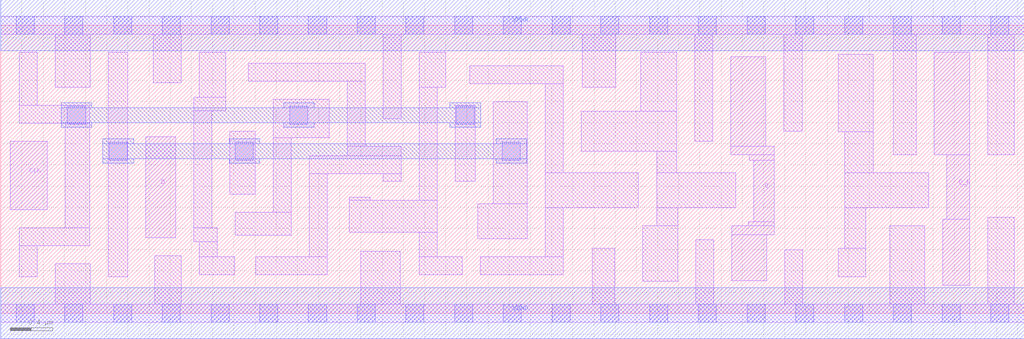
<source format=lef>
# Copyright 2020 The SkyWater PDK Authors
#
# Licensed under the Apache License, Version 2.0 (the "License");
# you may not use this file except in compliance with the License.
# You may obtain a copy of the License at
#
#     https://www.apache.org/licenses/LICENSE-2.0
#
# Unless required by applicable law or agreed to in writing, software
# distributed under the License is distributed on an "AS IS" BASIS,
# WITHOUT WARRANTIES OR CONDITIONS OF ANY KIND, either express or implied.
# See the License for the specific language governing permissions and
# limitations under the License.
#
# SPDX-License-Identifier: Apache-2.0

VERSION 5.7 ;
  NAMESCASESENSITIVE ON ;
  NOWIREEXTENSIONATPIN ON ;
  DIVIDERCHAR "/" ;
  BUSBITCHARS "[]" ;
UNITS
  DATABASE MICRONS 200 ;
END UNITS
MACRO sky130_fd_sc_hd__dfxbp_2
  CLASS CORE ;
  FOREIGN sky130_fd_sc_hd__dfxbp_2 ;
  ORIGIN  0.000000  0.000000 ;
  SIZE  9.660000 BY  2.720000 ;
  SYMMETRY X Y R90 ;
  SITE unithd ;
  PIN D
    ANTENNAGATEAREA  0.126000 ;
    DIRECTION INPUT ;
    USE SIGNAL ;
    PORT
      LAYER li1 ;
        RECT 1.370000 0.715000 1.650000 1.665000 ;
    END
  END D
  PIN Q
    ANTENNADIFFAREA  0.445500 ;
    DIRECTION OUTPUT ;
    USE SIGNAL ;
    PORT
      LAYER li1 ;
        RECT 6.890000 1.495000 7.300000 1.575000 ;
        RECT 6.890000 1.575000 7.220000 2.420000 ;
        RECT 6.900000 0.305000 7.230000 0.740000 ;
        RECT 6.900000 0.740000 7.300000 0.825000 ;
        RECT 7.055000 0.825000 7.300000 0.865000 ;
        RECT 7.065000 1.445000 7.300000 1.495000 ;
        RECT 7.110000 0.865000 7.300000 1.445000 ;
    END
  END Q
  PIN Q_N
    ANTENNADIFFAREA  0.445500 ;
    DIRECTION OUTPUT ;
    USE SIGNAL ;
    PORT
      LAYER li1 ;
        RECT 8.810000 1.495000 9.145000 2.465000 ;
        RECT 8.890000 0.265000 9.145000 0.885000 ;
        RECT 8.930000 0.885000 9.145000 1.495000 ;
    END
  END Q_N
  PIN CLK
    ANTENNAGATEAREA  0.159000 ;
    DIRECTION INPUT ;
    USE CLOCK ;
    PORT
      LAYER li1 ;
        RECT 0.090000 0.975000 0.440000 1.625000 ;
    END
  END CLK
  PIN VGND
    DIRECTION INOUT ;
    SHAPE ABUTMENT ;
    USE GROUND ;
    PORT
      LAYER met1 ;
        RECT 0.000000 -0.240000 9.660000 0.240000 ;
    END
  END VGND
  PIN VPWR
    DIRECTION INOUT ;
    SHAPE ABUTMENT ;
    USE POWER ;
    PORT
      LAYER met1 ;
        RECT 0.000000 2.480000 9.660000 2.960000 ;
    END
  END VPWR
  OBS
    LAYER li1 ;
      RECT 0.000000 -0.085000 9.660000 0.085000 ;
      RECT 0.000000  2.635000 9.660000 2.805000 ;
      RECT 0.175000  0.345000 0.345000 0.635000 ;
      RECT 0.175000  0.635000 0.840000 0.805000 ;
      RECT 0.175000  1.795000 0.840000 1.965000 ;
      RECT 0.175000  1.965000 0.345000 2.465000 ;
      RECT 0.515000  0.085000 0.845000 0.465000 ;
      RECT 0.515000  2.135000 0.845000 2.635000 ;
      RECT 0.610000  0.805000 0.840000 1.795000 ;
      RECT 1.015000  0.345000 1.200000 2.465000 ;
      RECT 1.440000  2.175000 1.705000 2.635000 ;
      RECT 1.455000  0.085000 1.705000 0.545000 ;
      RECT 1.820000  0.675000 2.045000 0.805000 ;
      RECT 1.820000  0.805000 1.990000 1.910000 ;
      RECT 1.820000  1.910000 2.125000 2.040000 ;
      RECT 1.875000  0.365000 2.210000 0.535000 ;
      RECT 1.875000  0.535000 2.045000 0.675000 ;
      RECT 1.875000  2.040000 2.125000 2.465000 ;
      RECT 2.160000  1.125000 2.400000 1.720000 ;
      RECT 2.215000  0.735000 2.740000 0.955000 ;
      RECT 2.335000  2.190000 3.440000 2.360000 ;
      RECT 2.405000  0.365000 3.080000 0.535000 ;
      RECT 2.570000  0.955000 2.740000 1.655000 ;
      RECT 2.570000  1.655000 3.100000 2.020000 ;
      RECT 2.910000  0.535000 3.080000 1.315000 ;
      RECT 2.910000  1.315000 3.780000 1.485000 ;
      RECT 3.270000  1.485000 3.780000 1.575000 ;
      RECT 3.270000  1.575000 3.440000 2.190000 ;
      RECT 3.290000  0.765000 4.120000 1.065000 ;
      RECT 3.290000  1.065000 3.490000 1.095000 ;
      RECT 3.400000  0.085000 3.770000 0.585000 ;
      RECT 3.610000  1.245000 3.780000 1.315000 ;
      RECT 3.610000  1.835000 3.780000 2.635000 ;
      RECT 3.950000  0.365000 4.355000 0.535000 ;
      RECT 3.950000  0.535000 4.120000 0.765000 ;
      RECT 3.950000  1.065000 4.120000 2.135000 ;
      RECT 3.950000  2.135000 4.200000 2.465000 ;
      RECT 4.290000  1.245000 4.480000 1.965000 ;
      RECT 4.425000  2.165000 5.310000 2.335000 ;
      RECT 4.505000  0.705000 4.970000 1.035000 ;
      RECT 4.525000  0.365000 5.310000 0.535000 ;
      RECT 4.650000  1.035000 4.970000 1.995000 ;
      RECT 5.140000  0.535000 5.310000 0.995000 ;
      RECT 5.140000  0.995000 6.020000 1.325000 ;
      RECT 5.140000  1.325000 5.310000 2.165000 ;
      RECT 5.480000  1.530000 6.380000 1.905000 ;
      RECT 5.490000  2.135000 5.805000 2.635000 ;
      RECT 5.585000  0.085000 5.795000 0.615000 ;
      RECT 6.040000  1.905000 6.380000 2.465000 ;
      RECT 6.060000  0.300000 6.390000 0.825000 ;
      RECT 6.190000  0.825000 6.390000 0.995000 ;
      RECT 6.190000  0.995000 6.940000 1.325000 ;
      RECT 6.190000  1.325000 6.380000 1.530000 ;
      RECT 6.550000  1.625000 6.720000 2.635000 ;
      RECT 6.560000  0.085000 6.730000 0.695000 ;
      RECT 7.390000  1.720000 7.565000 2.635000 ;
      RECT 7.400000  0.085000 7.570000 0.600000 ;
      RECT 7.905000  0.345000 8.165000 0.615000 ;
      RECT 7.905000  1.715000 8.235000 2.445000 ;
      RECT 7.965000  0.615000 8.165000 0.995000 ;
      RECT 7.965000  0.995000 8.760000 1.325000 ;
      RECT 7.965000  1.325000 8.235000 1.715000 ;
      RECT 8.390000  0.085000 8.720000 0.825000 ;
      RECT 8.425000  1.495000 8.640000 2.635000 ;
      RECT 9.315000  0.085000 9.565000 0.905000 ;
      RECT 9.315000  1.495000 9.565000 2.635000 ;
    LAYER mcon ;
      RECT 0.145000 -0.085000 0.315000 0.085000 ;
      RECT 0.145000  2.635000 0.315000 2.805000 ;
      RECT 0.605000 -0.085000 0.775000 0.085000 ;
      RECT 0.605000  2.635000 0.775000 2.805000 ;
      RECT 0.630000  1.785000 0.800000 1.955000 ;
      RECT 1.025000  1.445000 1.195000 1.615000 ;
      RECT 1.065000 -0.085000 1.235000 0.085000 ;
      RECT 1.065000  2.635000 1.235000 2.805000 ;
      RECT 1.525000 -0.085000 1.695000 0.085000 ;
      RECT 1.525000  2.635000 1.695000 2.805000 ;
      RECT 1.985000 -0.085000 2.155000 0.085000 ;
      RECT 1.985000  2.635000 2.155000 2.805000 ;
      RECT 2.215000  1.445000 2.385000 1.615000 ;
      RECT 2.445000 -0.085000 2.615000 0.085000 ;
      RECT 2.445000  2.635000 2.615000 2.805000 ;
      RECT 2.730000  1.785000 2.900000 1.955000 ;
      RECT 2.905000 -0.085000 3.075000 0.085000 ;
      RECT 2.905000  2.635000 3.075000 2.805000 ;
      RECT 3.365000 -0.085000 3.535000 0.085000 ;
      RECT 3.365000  2.635000 3.535000 2.805000 ;
      RECT 3.825000 -0.085000 3.995000 0.085000 ;
      RECT 3.825000  2.635000 3.995000 2.805000 ;
      RECT 4.285000 -0.085000 4.455000 0.085000 ;
      RECT 4.285000  2.635000 4.455000 2.805000 ;
      RECT 4.300000  1.785000 4.470000 1.955000 ;
      RECT 4.735000  1.445000 4.905000 1.615000 ;
      RECT 4.745000 -0.085000 4.915000 0.085000 ;
      RECT 4.745000  2.635000 4.915000 2.805000 ;
      RECT 5.205000 -0.085000 5.375000 0.085000 ;
      RECT 5.205000  2.635000 5.375000 2.805000 ;
      RECT 5.665000 -0.085000 5.835000 0.085000 ;
      RECT 5.665000  2.635000 5.835000 2.805000 ;
      RECT 6.125000 -0.085000 6.295000 0.085000 ;
      RECT 6.125000  2.635000 6.295000 2.805000 ;
      RECT 6.585000 -0.085000 6.755000 0.085000 ;
      RECT 6.585000  2.635000 6.755000 2.805000 ;
      RECT 7.045000 -0.085000 7.215000 0.085000 ;
      RECT 7.045000  2.635000 7.215000 2.805000 ;
      RECT 7.505000 -0.085000 7.675000 0.085000 ;
      RECT 7.505000  2.635000 7.675000 2.805000 ;
      RECT 7.965000 -0.085000 8.135000 0.085000 ;
      RECT 7.965000  2.635000 8.135000 2.805000 ;
      RECT 8.425000 -0.085000 8.595000 0.085000 ;
      RECT 8.425000  2.635000 8.595000 2.805000 ;
      RECT 8.885000 -0.085000 9.055000 0.085000 ;
      RECT 8.885000  2.635000 9.055000 2.805000 ;
      RECT 9.345000 -0.085000 9.515000 0.085000 ;
      RECT 9.345000  2.635000 9.515000 2.805000 ;
    LAYER met1 ;
      RECT 0.570000 1.755000 0.860000 1.800000 ;
      RECT 0.570000 1.800000 4.530000 1.940000 ;
      RECT 0.570000 1.940000 0.860000 1.985000 ;
      RECT 0.965000 1.415000 1.255000 1.460000 ;
      RECT 0.965000 1.460000 4.965000 1.600000 ;
      RECT 0.965000 1.600000 1.255000 1.645000 ;
      RECT 2.155000 1.415000 2.445000 1.460000 ;
      RECT 2.155000 1.600000 2.445000 1.645000 ;
      RECT 2.670000 1.755000 2.960000 1.800000 ;
      RECT 2.670000 1.940000 2.960000 1.985000 ;
      RECT 4.240000 1.755000 4.530000 1.800000 ;
      RECT 4.240000 1.940000 4.530000 1.985000 ;
      RECT 4.675000 1.415000 4.965000 1.460000 ;
      RECT 4.675000 1.600000 4.965000 1.645000 ;
  END
END sky130_fd_sc_hd__dfxbp_2
END LIBRARY

</source>
